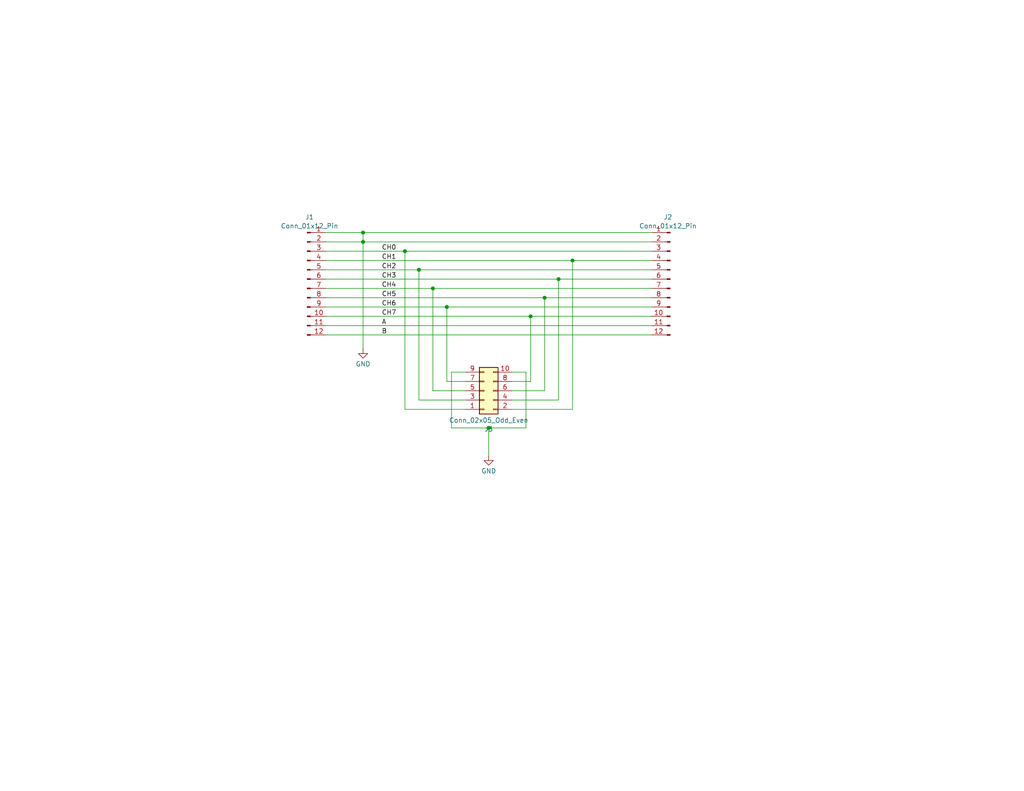
<source format=kicad_sch>
(kicad_sch (version 20231120) (generator "eeschema") (generator_version "8.0")
  (paper "A")
  (title_block (title "Logic Analyzer Passthrough Adapter") (date "2024-05-04") (rev "1.0"))
  (lib_symbols
    (symbol "Connector:Conn_01x12_Pin" (pin_names (offset 1.016) hide)
      (property "Reference" "J" (at 0 15.24 0))
      (property "Value" "Conn_01x12_Pin" (at 0 -17.78 0))
      (symbol "Conn_01x12_Pin_1_1"
        (polyline (pts (xy 1.27 -15.24) (xy 0.8636 -15.24)) (stroke (width 0.1524)))
        (polyline (pts (xy 1.27 -12.7) (xy 0.8636 -12.7)) (stroke (width 0.1524)))
        (polyline (pts (xy 1.27 -10.16) (xy 0.8636 -10.16)) (stroke (width 0.1524)))
        (polyline (pts (xy 1.27 -7.62) (xy 0.8636 -7.62)) (stroke (width 0.1524)))
        (polyline (pts (xy 1.27 -5.08) (xy 0.8636 -5.08)) (stroke (width 0.1524)))
        (polyline (pts (xy 1.27 -2.54) (xy 0.8636 -2.54)) (stroke (width 0.1524)))
        (polyline (pts (xy 1.27 0) (xy 0.8636 0)) (stroke (width 0.1524)))
        (polyline (pts (xy 1.27 2.54) (xy 0.8636 2.54)) (stroke (width 0.1524)))
        (polyline (pts (xy 1.27 5.08) (xy 0.8636 5.08)) (stroke (width 0.1524)))
        (polyline (pts (xy 1.27 7.62) (xy 0.8636 7.62)) (stroke (width 0.1524)))
        (polyline (pts (xy 1.27 10.16) (xy 0.8636 10.16)) (stroke (width 0.1524)))
        (polyline (pts (xy 1.27 12.7) (xy 0.8636 12.7)) (stroke (width 0.1524)))
        (rectangle (start 0.8636 -15.113) (end 0 -15.367) (stroke (width 0.1524)) (fill (type outline)))
        (rectangle (start 0.8636 -12.573) (end 0 -12.827) (stroke (width 0.1524)) (fill (type outline)))
        (rectangle (start 0.8636 -10.033) (end 0 -10.287) (stroke (width 0.1524)) (fill (type outline)))
        (rectangle (start 0.8636 -7.493) (end 0 -7.747) (stroke (width 0.1524)) (fill (type outline)))
        (rectangle (start 0.8636 -4.953) (end 0 -5.207) (stroke (width 0.1524)) (fill (type outline)))
        (rectangle (start 0.8636 -2.413) (end 0 -2.667) (stroke (width 0.1524)) (fill (type outline)))
        (rectangle (start 0.8636 0.127) (end 0 -0.127) (stroke (width 0.1524)) (fill (type outline)))
        (rectangle (start 0.8636 2.667) (end 0 2.413) (stroke (width 0.1524)) (fill (type outline)))
        (rectangle (start 0.8636 5.207) (end 0 4.953) (stroke (width 0.1524)) (fill (type outline)))
        (rectangle (start 0.8636 7.747) (end 0 7.493) (stroke (width 0.1524)) (fill (type outline)))
        (rectangle (start 0.8636 10.287) (end 0 10.033) (stroke (width 0.1524)) (fill (type outline)))
        (rectangle (start 0.8636 12.827) (end 0 12.573) (stroke (width 0.1524)) (fill (type outline)))
        (pin passive line (at 5.08 12.7 180) (length 3.81) (name "Pin_1") (number "1"))
        (pin passive line (at 5.08 -10.16 180) (length 3.81) (name "Pin_10") (number "10"))
        (pin passive line (at 5.08 -12.7 180) (length 3.81) (name "Pin_11") (number "11"))
        (pin passive line (at 5.08 -15.24 180) (length 3.81) (name "Pin_12") (number "12"))
        (pin passive line (at 5.08 10.16 180) (length 3.81) (name "Pin_2") (number "2"))
        (pin passive line (at 5.08 7.62 180) (length 3.81) (name "Pin_3") (number "3"))
        (pin passive line (at 5.08 5.08 180) (length 3.81) (name "Pin_4") (number "4"))
        (pin passive line (at 5.08 2.54 180) (length 3.81) (name "Pin_5") (number "5"))
        (pin passive line (at 5.08 0 180) (length 3.81) (name "Pin_6") (number "6"))
        (pin passive line (at 5.08 -2.54 180) (length 3.81) (name "Pin_7") (number "7"))
        (pin passive line (at 5.08 -5.08 180) (length 3.81) (name "Pin_8") (number "8"))
        (pin passive line (at 5.08 -7.62 180) (length 3.81) (name "Pin_9") (number "9"))
      )
    )
    (symbol "Connector_Generic:Conn_02x05_Odd_Even" (pin_names (offset 1.016) hide)
      (property "Reference" "J" (at 1.27 7.62 0))
      (property "Value" "Conn_02x05_Odd_Even" (at 1.27 -7.62 0))
      (symbol "Conn_02x05_Odd_Even_1_1"
        (rectangle (start -1.27 -4.953) (end 0 -5.207) (stroke (width 0.1524)))
        (rectangle (start -1.27 -2.413) (end 0 -2.667) (stroke (width 0.1524)))
        (rectangle (start -1.27 0.127) (end 0 -0.127) (stroke (width 0.1524)))
        (rectangle (start -1.27 2.667) (end 0 2.413) (stroke (width 0.1524)))
        (rectangle (start -1.27 5.207) (end 0 4.953) (stroke (width 0.1524)))
        (rectangle (start -1.27 6.35) (end 3.81 -6.35) (stroke (width 0.254)) (fill (type background)))
        (rectangle (start 3.81 -4.953) (end 2.54 -5.207) (stroke (width 0.1524)))
        (rectangle (start 3.81 -2.413) (end 2.54 -2.667) (stroke (width 0.1524)))
        (rectangle (start 3.81 0.127) (end 2.54 -0.127) (stroke (width 0.1524)))
        (rectangle (start 3.81 2.667) (end 2.54 2.413) (stroke (width 0.1524)))
        (rectangle (start 3.81 5.207) (end 2.54 4.953) (stroke (width 0.1524)))
        (pin passive line (at -5.08 5.08 0) (length 3.81) (name "Pin_1") (number "1"))
        (pin passive line (at 7.62 -5.08 180) (length 3.81) (name "Pin_10") (number "10"))
        (pin passive line (at 7.62 5.08 180) (length 3.81) (name "Pin_2") (number "2"))
        (pin passive line (at -5.08 2.54 0) (length 3.81) (name "Pin_3") (number "3"))
        (pin passive line (at 7.62 2.54 180) (length 3.81) (name "Pin_4") (number "4"))
        (pin passive line (at -5.08 0 0) (length 3.81) (name "Pin_5") (number "5"))
        (pin passive line (at 7.62 0 180) (length 3.81) (name "Pin_6") (number "6"))
        (pin passive line (at -5.08 -2.54 0) (length 3.81) (name "Pin_7") (number "7"))
        (pin passive line (at 7.62 -2.54 180) (length 3.81) (name "Pin_8") (number "8"))
        (pin passive line (at -5.08 -5.08 0) (length 3.81) (name "Pin_9") (number "9"))
      )
    )
    (symbol "power:GND" (power) (pin_numbers hide) (pin_names (offset 0) hide)
      (property "Value" "GND" (at 0 -3.81 0))
      (symbol "GND_0_1"
        (polyline (pts (xy 0 0) (xy 0 -1.27) (xy 1.27 -1.27) (xy 0 -2.54) (xy -1.27 -1.27) (xy 0 -1.27)))
      )
      (symbol "GND_1_1"
        (pin power_in line (at 0 0 270) (length 0) (name "~") (number "1"))
      )
    )
  )
  (junction (at 114.3 73.66))
  (junction (at 144.78 86.36))
  (junction (at 118.11 78.74))
  (junction (at 99.06 63.5))
  (junction (at 99.06 66.04))
  (junction (at 156.21 71.12))
  (junction (at 133.35 116.84))
  (junction (at 121.92 83.82))
  (junction (at 148.59 81.28))
  (junction (at 152.4 76.2))
  (junction (at 110.49 68.58))
  (wire (pts (xy 123.19 116.84) (xy 133.35 116.84)))
  (wire (pts (xy 127 104.14) (xy 121.92 104.14)))
  (wire (pts (xy 123.19 101.6) (xy 123.19 116.84)))
  (wire (pts (xy 139.7 104.14) (xy 144.78 104.14)))
  (wire (pts (xy 88.9 83.82) (xy 121.92 83.82)))
  (wire (pts (xy 121.92 104.14) (xy 121.92 83.82)))
  (wire (pts (xy 127 111.76) (xy 110.49 111.76)))
  (wire (pts (xy 139.7 111.76) (xy 156.21 111.76)))
  (wire (pts (xy 88.9 78.74) (xy 118.11 78.74)))
  (wire (pts (xy 88.9 66.04) (xy 99.06 66.04)))
  (wire (pts (xy 114.3 73.66) (xy 177.8 73.66)))
  (wire (pts (xy 156.21 111.76) (xy 156.21 71.12)))
  (wire (pts (xy 88.9 76.2) (xy 152.4 76.2)))
  (wire (pts (xy 88.9 91.44) (xy 177.8 91.44)))
  (wire (pts (xy 152.4 76.2) (xy 177.8 76.2)))
  (wire (pts (xy 88.9 88.9) (xy 177.8 88.9)))
  (wire (pts (xy 110.49 68.58) (xy 177.8 68.58)))
  (wire (pts (xy 143.51 116.84) (xy 133.35 116.84)))
  (wire (pts (xy 139.7 109.22) (xy 152.4 109.22)))
  (wire (pts (xy 127 106.68) (xy 118.11 106.68)))
  (wire (pts (xy 148.59 106.68) (xy 148.59 81.28)))
  (wire (pts (xy 88.9 86.36) (xy 144.78 86.36)))
  (wire (pts (xy 118.11 106.68) (xy 118.11 78.74)))
  (wire (pts (xy 99.06 63.5) (xy 99.06 66.04)))
  (wire (pts (xy 88.9 71.12) (xy 156.21 71.12)))
  (wire (pts (xy 156.21 71.12) (xy 177.8 71.12)))
  (wire (pts (xy 148.59 81.28) (xy 177.8 81.28)))
  (wire (pts (xy 99.06 66.04) (xy 177.8 66.04)))
  (wire (pts (xy 144.78 104.14) (xy 144.78 86.36)))
  (wire (pts (xy 88.9 68.58) (xy 110.49 68.58)))
  (wire (pts (xy 88.9 81.28) (xy 148.59 81.28)))
  (wire (pts (xy 143.51 101.6) (xy 143.51 116.84)))
  (wire (pts (xy 118.11 78.74) (xy 177.8 78.74)))
  (wire (pts (xy 127 109.22) (xy 114.3 109.22)))
  (wire (pts (xy 99.06 63.5) (xy 177.8 63.5)))
  (wire (pts (xy 88.9 73.66) (xy 114.3 73.66)))
  (wire (pts (xy 110.49 111.76) (xy 110.49 68.58)))
  (wire (pts (xy 121.92 83.82) (xy 177.8 83.82)))
  (wire (pts (xy 144.78 86.36) (xy 177.8 86.36)))
  (wire (pts (xy 88.9 63.5) (xy 99.06 63.5)))
  (wire (pts (xy 152.4 109.22) (xy 152.4 76.2)))
  (wire (pts (xy 139.7 106.68) (xy 148.59 106.68)))
  (wire (pts (xy 133.35 116.84) (xy 133.35 124.46)))
  (wire (pts (xy 114.3 109.22) (xy 114.3 73.66)))
  (wire (pts (xy 127 101.6) (xy 123.19 101.6)))
  (wire (pts (xy 139.7 101.6) (xy 143.51 101.6)))
  (wire (pts (xy 99.06 66.04) (xy 99.06 95.25)))
  (label "CH4" (at 104.14 78.74 0))
  (label "CH5" (at 104.14 81.28 0))
  (label "CH2" (at 104.14 73.66 0))
  (label "A" (at 104.14 88.9 0))
  (label "CH0" (at 104.14 68.58 0))
  (label "B" (at 104.14 91.44 0))
  (label "CH6" (at 104.14 83.82 0))
  (label "CH7" (at 104.14 86.36 0))
  (label "CH1" (at 104.14 71.12 0))
  (label "CH3" (at 104.14 76.2 0))
  (symbol (lib_id "power:GND") (at 133.35 124.46 0) (unit 1)
    (property "Reference" "#PWR01" (effects (hide yes)))
    (property "Value" "GND" (at 133.35 128.5931 0))
    (property "Description" "Power symbol creates a global label with name \"GND\" , ground" (effects (hide yes)))
  )
  (symbol (lib_id "power:GND") (at 99.06 95.25 0) (unit 1)
    (property "Reference" "#PWR02" (effects (hide yes)))
    (property "Value" "GND" (at 99.06 99.3831 0))
    (property "Description" "Power symbol creates a global label with name \"GND\" , ground" (effects (hide yes)))
  )
  (symbol (lib_id "Connector_Generic:Conn_02x05_Odd_Even") (at 132.08 106.68 0) (mirror x) (unit 1)
    (property "Reference" "J3" (at 133.35 117.1745 0))
    (property "Value" "Conn_02x05_Odd_Even" (at 133.35 114.7502 0))
    (property "Footprint" "Connector_PinSocket_2.54mm:PinSocket_2x05_P2.54mm_Horizontal" (effects (hide yes)))
    (property "Description" "Generic connector, double row, 02x05, odd/even pin numbering scheme (row 1 odd numbers, row 2 even numbers), script generated (kicad-library-utils/schlib/autogen/connector/)" (effects (hide yes)))
  )
  (symbol (lib_id "Connector:Conn_01x12_Pin") (at 83.82 76.2 0) (unit 1)
    (property "Reference" "J1" (at 84.455 59.2793 0))
    (property "Value" "Conn_01x12_Pin" (at 84.455 61.7036 0))
    (property "Footprint" "Connector_PinHeader_2.54mm:PinHeader_1x12_P2.54mm_Vertical" (effects (hide yes)))
    (property "Description" "Generic connector, single row, 01x12, script generated" (effects (hide yes)))
  )
  (symbol (lib_id "Connector:Conn_01x12_Pin") (at 182.88 76.2 0) (mirror y) (unit 1)
    (property "Reference" "J2" (at 182.245 59.2793 0))
    (property "Value" "Conn_01x12_Pin" (at 182.245 61.7036 0))
    (property "Footprint" "Connector_PinHeader_2.54mm:PinHeader_1x12_P2.54mm_Vertical" (effects (hide yes)))
    (property "Description" "Generic connector, single row, 01x12, script generated" (effects (hide yes)))
  )
)
</source>
